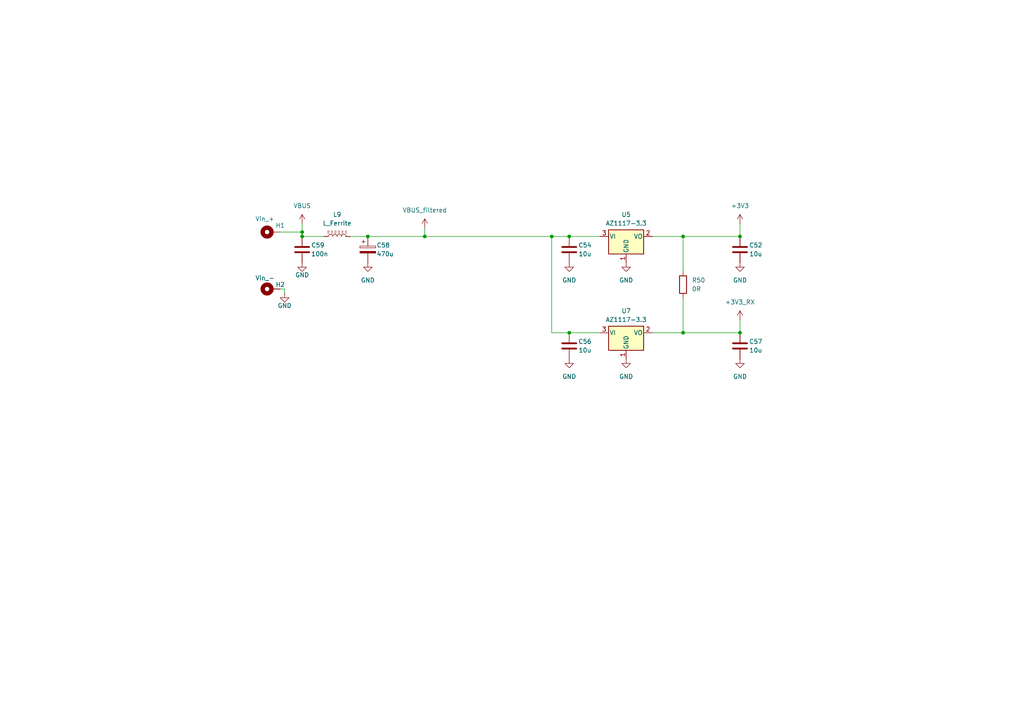
<source format=kicad_sch>
(kicad_sch
	(version 20231120)
	(generator "eeschema")
	(generator_version "8.0")
	(uuid "674f4a64-55d9-41f1-aa6b-e4b057731402")
	(paper "A4")
	(lib_symbols
		(symbol "Device:C"
			(pin_numbers hide)
			(pin_names
				(offset 0.254)
			)
			(exclude_from_sim no)
			(in_bom yes)
			(on_board yes)
			(property "Reference" "C"
				(at 0.635 2.54 0)
				(effects
					(font
						(size 1.27 1.27)
					)
					(justify left)
				)
			)
			(property "Value" "C"
				(at 0.635 -2.54 0)
				(effects
					(font
						(size 1.27 1.27)
					)
					(justify left)
				)
			)
			(property "Footprint" ""
				(at 0.9652 -3.81 0)
				(effects
					(font
						(size 1.27 1.27)
					)
					(hide yes)
				)
			)
			(property "Datasheet" "~"
				(at 0 0 0)
				(effects
					(font
						(size 1.27 1.27)
					)
					(hide yes)
				)
			)
			(property "Description" "Unpolarized capacitor"
				(at 0 0 0)
				(effects
					(font
						(size 1.27 1.27)
					)
					(hide yes)
				)
			)
			(property "ki_keywords" "cap capacitor"
				(at 0 0 0)
				(effects
					(font
						(size 1.27 1.27)
					)
					(hide yes)
				)
			)
			(property "ki_fp_filters" "C_*"
				(at 0 0 0)
				(effects
					(font
						(size 1.27 1.27)
					)
					(hide yes)
				)
			)
			(symbol "C_0_1"
				(polyline
					(pts
						(xy -2.032 -0.762) (xy 2.032 -0.762)
					)
					(stroke
						(width 0.508)
						(type default)
					)
					(fill
						(type none)
					)
				)
				(polyline
					(pts
						(xy -2.032 0.762) (xy 2.032 0.762)
					)
					(stroke
						(width 0.508)
						(type default)
					)
					(fill
						(type none)
					)
				)
			)
			(symbol "C_1_1"
				(pin passive line
					(at 0 3.81 270)
					(length 2.794)
					(name "~"
						(effects
							(font
								(size 1.27 1.27)
							)
						)
					)
					(number "1"
						(effects
							(font
								(size 1.27 1.27)
							)
						)
					)
				)
				(pin passive line
					(at 0 -3.81 90)
					(length 2.794)
					(name "~"
						(effects
							(font
								(size 1.27 1.27)
							)
						)
					)
					(number "2"
						(effects
							(font
								(size 1.27 1.27)
							)
						)
					)
				)
			)
		)
		(symbol "Device:C_Polarized"
			(pin_numbers hide)
			(pin_names
				(offset 0.254)
			)
			(exclude_from_sim no)
			(in_bom yes)
			(on_board yes)
			(property "Reference" "C"
				(at 0.635 2.54 0)
				(effects
					(font
						(size 1.27 1.27)
					)
					(justify left)
				)
			)
			(property "Value" "C_Polarized"
				(at 0.635 -2.54 0)
				(effects
					(font
						(size 1.27 1.27)
					)
					(justify left)
				)
			)
			(property "Footprint" ""
				(at 0.9652 -3.81 0)
				(effects
					(font
						(size 1.27 1.27)
					)
					(hide yes)
				)
			)
			(property "Datasheet" "~"
				(at 0 0 0)
				(effects
					(font
						(size 1.27 1.27)
					)
					(hide yes)
				)
			)
			(property "Description" "Polarized capacitor"
				(at 0 0 0)
				(effects
					(font
						(size 1.27 1.27)
					)
					(hide yes)
				)
			)
			(property "ki_keywords" "cap capacitor"
				(at 0 0 0)
				(effects
					(font
						(size 1.27 1.27)
					)
					(hide yes)
				)
			)
			(property "ki_fp_filters" "CP_*"
				(at 0 0 0)
				(effects
					(font
						(size 1.27 1.27)
					)
					(hide yes)
				)
			)
			(symbol "C_Polarized_0_1"
				(rectangle
					(start -2.286 0.508)
					(end 2.286 1.016)
					(stroke
						(width 0)
						(type default)
					)
					(fill
						(type none)
					)
				)
				(polyline
					(pts
						(xy -1.778 2.286) (xy -0.762 2.286)
					)
					(stroke
						(width 0)
						(type default)
					)
					(fill
						(type none)
					)
				)
				(polyline
					(pts
						(xy -1.27 2.794) (xy -1.27 1.778)
					)
					(stroke
						(width 0)
						(type default)
					)
					(fill
						(type none)
					)
				)
				(rectangle
					(start 2.286 -0.508)
					(end -2.286 -1.016)
					(stroke
						(width 0)
						(type default)
					)
					(fill
						(type outline)
					)
				)
			)
			(symbol "C_Polarized_1_1"
				(pin passive line
					(at 0 3.81 270)
					(length 2.794)
					(name "~"
						(effects
							(font
								(size 1.27 1.27)
							)
						)
					)
					(number "1"
						(effects
							(font
								(size 1.27 1.27)
							)
						)
					)
				)
				(pin passive line
					(at 0 -3.81 90)
					(length 2.794)
					(name "~"
						(effects
							(font
								(size 1.27 1.27)
							)
						)
					)
					(number "2"
						(effects
							(font
								(size 1.27 1.27)
							)
						)
					)
				)
			)
		)
		(symbol "Device:L_Ferrite"
			(pin_numbers hide)
			(pin_names
				(offset 1.016) hide)
			(exclude_from_sim no)
			(in_bom yes)
			(on_board yes)
			(property "Reference" "L"
				(at -1.27 0 90)
				(effects
					(font
						(size 1.27 1.27)
					)
				)
			)
			(property "Value" "L_Ferrite"
				(at 2.794 0 90)
				(effects
					(font
						(size 1.27 1.27)
					)
				)
			)
			(property "Footprint" ""
				(at 0 0 0)
				(effects
					(font
						(size 1.27 1.27)
					)
					(hide yes)
				)
			)
			(property "Datasheet" "~"
				(at 0 0 0)
				(effects
					(font
						(size 1.27 1.27)
					)
					(hide yes)
				)
			)
			(property "Description" "Inductor with ferrite core"
				(at 0 0 0)
				(effects
					(font
						(size 1.27 1.27)
					)
					(hide yes)
				)
			)
			(property "ki_keywords" "inductor choke coil reactor magnetic"
				(at 0 0 0)
				(effects
					(font
						(size 1.27 1.27)
					)
					(hide yes)
				)
			)
			(property "ki_fp_filters" "Choke_* *Coil* Inductor_* L_*"
				(at 0 0 0)
				(effects
					(font
						(size 1.27 1.27)
					)
					(hide yes)
				)
			)
			(symbol "L_Ferrite_0_1"
				(arc
					(start 0 -2.54)
					(mid 0.6323 -1.905)
					(end 0 -1.27)
					(stroke
						(width 0)
						(type default)
					)
					(fill
						(type none)
					)
				)
				(arc
					(start 0 -1.27)
					(mid 0.6323 -0.635)
					(end 0 0)
					(stroke
						(width 0)
						(type default)
					)
					(fill
						(type none)
					)
				)
				(polyline
					(pts
						(xy 1.016 -2.794) (xy 1.016 -2.286)
					)
					(stroke
						(width 0)
						(type default)
					)
					(fill
						(type none)
					)
				)
				(polyline
					(pts
						(xy 1.016 -1.778) (xy 1.016 -1.27)
					)
					(stroke
						(width 0)
						(type default)
					)
					(fill
						(type none)
					)
				)
				(polyline
					(pts
						(xy 1.016 -0.762) (xy 1.016 -0.254)
					)
					(stroke
						(width 0)
						(type default)
					)
					(fill
						(type none)
					)
				)
				(polyline
					(pts
						(xy 1.016 0.254) (xy 1.016 0.762)
					)
					(stroke
						(width 0)
						(type default)
					)
					(fill
						(type none)
					)
				)
				(polyline
					(pts
						(xy 1.016 1.27) (xy 1.016 1.778)
					)
					(stroke
						(width 0)
						(type default)
					)
					(fill
						(type none)
					)
				)
				(polyline
					(pts
						(xy 1.016 2.286) (xy 1.016 2.794)
					)
					(stroke
						(width 0)
						(type default)
					)
					(fill
						(type none)
					)
				)
				(polyline
					(pts
						(xy 1.524 -2.286) (xy 1.524 -2.794)
					)
					(stroke
						(width 0)
						(type default)
					)
					(fill
						(type none)
					)
				)
				(polyline
					(pts
						(xy 1.524 -1.27) (xy 1.524 -1.778)
					)
					(stroke
						(width 0)
						(type default)
					)
					(fill
						(type none)
					)
				)
				(polyline
					(pts
						(xy 1.524 -0.254) (xy 1.524 -0.762)
					)
					(stroke
						(width 0)
						(type default)
					)
					(fill
						(type none)
					)
				)
				(polyline
					(pts
						(xy 1.524 0.762) (xy 1.524 0.254)
					)
					(stroke
						(width 0)
						(type default)
					)
					(fill
						(type none)
					)
				)
				(polyline
					(pts
						(xy 1.524 1.778) (xy 1.524 1.27)
					)
					(stroke
						(width 0)
						(type default)
					)
					(fill
						(type none)
					)
				)
				(polyline
					(pts
						(xy 1.524 2.794) (xy 1.524 2.286)
					)
					(stroke
						(width 0)
						(type default)
					)
					(fill
						(type none)
					)
				)
				(arc
					(start 0 0)
					(mid 0.6323 0.635)
					(end 0 1.27)
					(stroke
						(width 0)
						(type default)
					)
					(fill
						(type none)
					)
				)
				(arc
					(start 0 1.27)
					(mid 0.6323 1.905)
					(end 0 2.54)
					(stroke
						(width 0)
						(type default)
					)
					(fill
						(type none)
					)
				)
			)
			(symbol "L_Ferrite_1_1"
				(pin passive line
					(at 0 3.81 270)
					(length 1.27)
					(name "1"
						(effects
							(font
								(size 1.27 1.27)
							)
						)
					)
					(number "1"
						(effects
							(font
								(size 1.27 1.27)
							)
						)
					)
				)
				(pin passive line
					(at 0 -3.81 90)
					(length 1.27)
					(name "2"
						(effects
							(font
								(size 1.27 1.27)
							)
						)
					)
					(number "2"
						(effects
							(font
								(size 1.27 1.27)
							)
						)
					)
				)
			)
		)
		(symbol "Device:R"
			(pin_numbers hide)
			(pin_names
				(offset 0)
			)
			(exclude_from_sim no)
			(in_bom yes)
			(on_board yes)
			(property "Reference" "R"
				(at 2.032 0 90)
				(effects
					(font
						(size 1.27 1.27)
					)
				)
			)
			(property "Value" "R"
				(at 0 0 90)
				(effects
					(font
						(size 1.27 1.27)
					)
				)
			)
			(property "Footprint" ""
				(at -1.778 0 90)
				(effects
					(font
						(size 1.27 1.27)
					)
					(hide yes)
				)
			)
			(property "Datasheet" "~"
				(at 0 0 0)
				(effects
					(font
						(size 1.27 1.27)
					)
					(hide yes)
				)
			)
			(property "Description" "Resistor"
				(at 0 0 0)
				(effects
					(font
						(size 1.27 1.27)
					)
					(hide yes)
				)
			)
			(property "ki_keywords" "R res resistor"
				(at 0 0 0)
				(effects
					(font
						(size 1.27 1.27)
					)
					(hide yes)
				)
			)
			(property "ki_fp_filters" "R_*"
				(at 0 0 0)
				(effects
					(font
						(size 1.27 1.27)
					)
					(hide yes)
				)
			)
			(symbol "R_0_1"
				(rectangle
					(start -1.016 -2.54)
					(end 1.016 2.54)
					(stroke
						(width 0.254)
						(type default)
					)
					(fill
						(type none)
					)
				)
			)
			(symbol "R_1_1"
				(pin passive line
					(at 0 3.81 270)
					(length 1.27)
					(name "~"
						(effects
							(font
								(size 1.27 1.27)
							)
						)
					)
					(number "1"
						(effects
							(font
								(size 1.27 1.27)
							)
						)
					)
				)
				(pin passive line
					(at 0 -3.81 90)
					(length 1.27)
					(name "~"
						(effects
							(font
								(size 1.27 1.27)
							)
						)
					)
					(number "2"
						(effects
							(font
								(size 1.27 1.27)
							)
						)
					)
				)
			)
		)
		(symbol "MountingHole_Pad_1"
			(pin_numbers hide)
			(pin_names
				(offset 1.016) hide)
			(exclude_from_sim yes)
			(in_bom no)
			(on_board yes)
			(property "Reference" "H"
				(at 0 6.35 0)
				(effects
					(font
						(size 1.27 1.27)
					)
				)
			)
			(property "Value" "MountingHole_Pad"
				(at 0 4.445 0)
				(effects
					(font
						(size 1.27 1.27)
					)
				)
			)
			(property "Footprint" ""
				(at 0 0 0)
				(effects
					(font
						(size 1.27 1.27)
					)
					(hide yes)
				)
			)
			(property "Datasheet" "~"
				(at 0 0 0)
				(effects
					(font
						(size 1.27 1.27)
					)
					(hide yes)
				)
			)
			(property "Description" "Mounting Hole with connection"
				(at 0 0 0)
				(effects
					(font
						(size 1.27 1.27)
					)
					(hide yes)
				)
			)
			(property "ki_keywords" "mounting hole"
				(at 0 0 0)
				(effects
					(font
						(size 1.27 1.27)
					)
					(hide yes)
				)
			)
			(property "ki_fp_filters" "MountingHole*Pad*"
				(at 0 0 0)
				(effects
					(font
						(size 1.27 1.27)
					)
					(hide yes)
				)
			)
			(symbol "MountingHole_Pad_1_0_1"
				(circle
					(center 0 1.27)
					(radius 1.27)
					(stroke
						(width 1.27)
						(type default)
					)
					(fill
						(type none)
					)
				)
			)
			(symbol "MountingHole_Pad_1_1_1"
				(pin input line
					(at 0 -2.54 90)
					(length 2.54)
					(name "1"
						(effects
							(font
								(size 1.27 1.27)
							)
						)
					)
					(number "1"
						(effects
							(font
								(size 1.27 1.27)
							)
						)
					)
				)
			)
		)
		(symbol "MountingHole_Pad_2"
			(pin_numbers hide)
			(pin_names
				(offset 1.016) hide)
			(exclude_from_sim yes)
			(in_bom no)
			(on_board yes)
			(property "Reference" "H"
				(at 0 6.35 0)
				(effects
					(font
						(size 1.27 1.27)
					)
				)
			)
			(property "Value" "MountingHole_Pad"
				(at 0 4.445 0)
				(effects
					(font
						(size 1.27 1.27)
					)
				)
			)
			(property "Footprint" ""
				(at 0 0 0)
				(effects
					(font
						(size 1.27 1.27)
					)
					(hide yes)
				)
			)
			(property "Datasheet" "~"
				(at 0 0 0)
				(effects
					(font
						(size 1.27 1.27)
					)
					(hide yes)
				)
			)
			(property "Description" "Mounting Hole with connection"
				(at 0 0 0)
				(effects
					(font
						(size 1.27 1.27)
					)
					(hide yes)
				)
			)
			(property "ki_keywords" "mounting hole"
				(at 0 0 0)
				(effects
					(font
						(size 1.27 1.27)
					)
					(hide yes)
				)
			)
			(property "ki_fp_filters" "MountingHole*Pad*"
				(at 0 0 0)
				(effects
					(font
						(size 1.27 1.27)
					)
					(hide yes)
				)
			)
			(symbol "MountingHole_Pad_2_0_1"
				(circle
					(center 0 1.27)
					(radius 1.27)
					(stroke
						(width 1.27)
						(type default)
					)
					(fill
						(type none)
					)
				)
			)
			(symbol "MountingHole_Pad_2_1_1"
				(pin input line
					(at 0 -2.54 90)
					(length 2.54)
					(name "1"
						(effects
							(font
								(size 1.27 1.27)
							)
						)
					)
					(number "1"
						(effects
							(font
								(size 1.27 1.27)
							)
						)
					)
				)
			)
		)
		(symbol "Regulator_Linear:AZ1117-3.3"
			(pin_names
				(offset 0.254)
			)
			(exclude_from_sim no)
			(in_bom yes)
			(on_board yes)
			(property "Reference" "U"
				(at -3.81 3.175 0)
				(effects
					(font
						(size 1.27 1.27)
					)
				)
			)
			(property "Value" "AZ1117-3.3"
				(at 0 3.175 0)
				(effects
					(font
						(size 1.27 1.27)
					)
					(justify left)
				)
			)
			(property "Footprint" ""
				(at 0 6.35 0)
				(effects
					(font
						(size 1.27 1.27)
						(italic yes)
					)
					(hide yes)
				)
			)
			(property "Datasheet" "https://www.diodes.com/assets/Datasheets/AZ1117.pdf"
				(at 0 0 0)
				(effects
					(font
						(size 1.27 1.27)
					)
					(hide yes)
				)
			)
			(property "Description" "1A 20V Fixed LDO Linear Regulator, 3.3V, SOT-89/SOT-223/TO-220/TO-252/TO-263"
				(at 0 0 0)
				(effects
					(font
						(size 1.27 1.27)
					)
					(hide yes)
				)
			)
			(property "ki_keywords" "Fixed Voltage Regulator 1A Positive LDO"
				(at 0 0 0)
				(effects
					(font
						(size 1.27 1.27)
					)
					(hide yes)
				)
			)
			(property "ki_fp_filters" "SOT?223* SOT?89* TO?220* TO?252* TO?263*"
				(at 0 0 0)
				(effects
					(font
						(size 1.27 1.27)
					)
					(hide yes)
				)
			)
			(symbol "AZ1117-3.3_0_1"
				(rectangle
					(start -5.08 1.905)
					(end 5.08 -5.08)
					(stroke
						(width 0.254)
						(type default)
					)
					(fill
						(type background)
					)
				)
			)
			(symbol "AZ1117-3.3_1_1"
				(pin power_in line
					(at 0 -7.62 90)
					(length 2.54)
					(name "GND"
						(effects
							(font
								(size 1.27 1.27)
							)
						)
					)
					(number "1"
						(effects
							(font
								(size 1.27 1.27)
							)
						)
					)
				)
				(pin power_out line
					(at 7.62 0 180)
					(length 2.54)
					(name "VO"
						(effects
							(font
								(size 1.27 1.27)
							)
						)
					)
					(number "2"
						(effects
							(font
								(size 1.27 1.27)
							)
						)
					)
				)
				(pin power_in line
					(at -7.62 0 0)
					(length 2.54)
					(name "VI"
						(effects
							(font
								(size 1.27 1.27)
							)
						)
					)
					(number "3"
						(effects
							(font
								(size 1.27 1.27)
							)
						)
					)
				)
			)
		)
		(symbol "power:+3V3"
			(power)
			(pin_numbers hide)
			(pin_names
				(offset 0) hide)
			(exclude_from_sim no)
			(in_bom yes)
			(on_board yes)
			(property "Reference" "#PWR"
				(at 0 -3.81 0)
				(effects
					(font
						(size 1.27 1.27)
					)
					(hide yes)
				)
			)
			(property "Value" "+3V3"
				(at 0 3.556 0)
				(effects
					(font
						(size 1.27 1.27)
					)
				)
			)
			(property "Footprint" ""
				(at 0 0 0)
				(effects
					(font
						(size 1.27 1.27)
					)
					(hide yes)
				)
			)
			(property "Datasheet" ""
				(at 0 0 0)
				(effects
					(font
						(size 1.27 1.27)
					)
					(hide yes)
				)
			)
			(property "Description" "Power symbol creates a global label with name \"+3V3\""
				(at 0 0 0)
				(effects
					(font
						(size 1.27 1.27)
					)
					(hide yes)
				)
			)
			(property "ki_keywords" "global power"
				(at 0 0 0)
				(effects
					(font
						(size 1.27 1.27)
					)
					(hide yes)
				)
			)
			(symbol "+3V3_0_1"
				(polyline
					(pts
						(xy -0.762 1.27) (xy 0 2.54)
					)
					(stroke
						(width 0)
						(type default)
					)
					(fill
						(type none)
					)
				)
				(polyline
					(pts
						(xy 0 0) (xy 0 2.54)
					)
					(stroke
						(width 0)
						(type default)
					)
					(fill
						(type none)
					)
				)
				(polyline
					(pts
						(xy 0 2.54) (xy 0.762 1.27)
					)
					(stroke
						(width 0)
						(type default)
					)
					(fill
						(type none)
					)
				)
			)
			(symbol "+3V3_1_1"
				(pin power_in line
					(at 0 0 90)
					(length 0)
					(name "~"
						(effects
							(font
								(size 1.27 1.27)
							)
						)
					)
					(number "1"
						(effects
							(font
								(size 1.27 1.27)
							)
						)
					)
				)
			)
		)
		(symbol "power:GND"
			(power)
			(pin_numbers hide)
			(pin_names
				(offset 0) hide)
			(exclude_from_sim no)
			(in_bom yes)
			(on_board yes)
			(property "Reference" "#PWR"
				(at 0 -6.35 0)
				(effects
					(font
						(size 1.27 1.27)
					)
					(hide yes)
				)
			)
			(property "Value" "GND"
				(at 0 -3.81 0)
				(effects
					(font
						(size 1.27 1.27)
					)
				)
			)
			(property "Footprint" ""
				(at 0 0 0)
				(effects
					(font
						(size 1.27 1.27)
					)
					(hide yes)
				)
			)
			(property "Datasheet" ""
				(at 0 0 0)
				(effects
					(font
						(size 1.27 1.27)
					)
					(hide yes)
				)
			)
			(property "Description" "Power symbol creates a global label with name \"GND\" , ground"
				(at 0 0 0)
				(effects
					(font
						(size 1.27 1.27)
					)
					(hide yes)
				)
			)
			(property "ki_keywords" "global power"
				(at 0 0 0)
				(effects
					(font
						(size 1.27 1.27)
					)
					(hide yes)
				)
			)
			(symbol "GND_0_1"
				(polyline
					(pts
						(xy 0 0) (xy 0 -1.27) (xy 1.27 -1.27) (xy 0 -2.54) (xy -1.27 -1.27) (xy 0 -1.27)
					)
					(stroke
						(width 0)
						(type default)
					)
					(fill
						(type none)
					)
				)
			)
			(symbol "GND_1_1"
				(pin power_in line
					(at 0 0 270)
					(length 0)
					(name "~"
						(effects
							(font
								(size 1.27 1.27)
							)
						)
					)
					(number "1"
						(effects
							(font
								(size 1.27 1.27)
							)
						)
					)
				)
			)
		)
		(symbol "power:VBUS"
			(power)
			(pin_numbers hide)
			(pin_names
				(offset 0) hide)
			(exclude_from_sim no)
			(in_bom yes)
			(on_board yes)
			(property "Reference" "#PWR"
				(at 0 -3.81 0)
				(effects
					(font
						(size 1.27 1.27)
					)
					(hide yes)
				)
			)
			(property "Value" "VBUS"
				(at 0 3.556 0)
				(effects
					(font
						(size 1.27 1.27)
					)
				)
			)
			(property "Footprint" ""
				(at 0 0 0)
				(effects
					(font
						(size 1.27 1.27)
					)
					(hide yes)
				)
			)
			(property "Datasheet" ""
				(at 0 0 0)
				(effects
					(font
						(size 1.27 1.27)
					)
					(hide yes)
				)
			)
			(property "Description" "Power symbol creates a global label with name \"VBUS\""
				(at 0 0 0)
				(effects
					(font
						(size 1.27 1.27)
					)
					(hide yes)
				)
			)
			(property "ki_keywords" "global power"
				(at 0 0 0)
				(effects
					(font
						(size 1.27 1.27)
					)
					(hide yes)
				)
			)
			(symbol "VBUS_0_1"
				(polyline
					(pts
						(xy -0.762 1.27) (xy 0 2.54)
					)
					(stroke
						(width 0)
						(type default)
					)
					(fill
						(type none)
					)
				)
				(polyline
					(pts
						(xy 0 0) (xy 0 2.54)
					)
					(stroke
						(width 0)
						(type default)
					)
					(fill
						(type none)
					)
				)
				(polyline
					(pts
						(xy 0 2.54) (xy 0.762 1.27)
					)
					(stroke
						(width 0)
						(type default)
					)
					(fill
						(type none)
					)
				)
			)
			(symbol "VBUS_1_1"
				(pin power_in line
					(at 0 0 90)
					(length 0)
					(name "~"
						(effects
							(font
								(size 1.27 1.27)
							)
						)
					)
					(number "1"
						(effects
							(font
								(size 1.27 1.27)
							)
						)
					)
				)
			)
		)
	)
	(junction
		(at 106.68 68.58)
		(diameter 0)
		(color 0 0 0 0)
		(uuid "061941eb-2ef7-42a8-b9e4-a706d1edda77")
	)
	(junction
		(at 165.1 68.58)
		(diameter 0)
		(color 0 0 0 0)
		(uuid "0d56b2e5-75ed-4023-931d-5a88dd2e12cd")
	)
	(junction
		(at 160.02 68.58)
		(diameter 0)
		(color 0 0 0 0)
		(uuid "187a016e-61e6-4830-8252-8c381904dee0")
	)
	(junction
		(at 165.1 96.52)
		(diameter 0)
		(color 0 0 0 0)
		(uuid "3d0d606f-bb36-4a2f-b0a4-7af510baa10a")
	)
	(junction
		(at 214.63 68.58)
		(diameter 0)
		(color 0 0 0 0)
		(uuid "475c3b9d-435e-46d6-8353-44a991c639be")
	)
	(junction
		(at 123.19 68.58)
		(diameter 0)
		(color 0 0 0 0)
		(uuid "57db8ca8-d2c9-4f76-ba7b-322a39f00f0d")
	)
	(junction
		(at 87.63 67.31)
		(diameter 0)
		(color 0 0 0 0)
		(uuid "6b63956d-fba9-4f3b-ab8c-5df42cf862de")
	)
	(junction
		(at 87.63 68.58)
		(diameter 0)
		(color 0 0 0 0)
		(uuid "7debea63-8e13-4e35-b7fb-68574c99e4fb")
	)
	(junction
		(at 198.12 96.52)
		(diameter 0)
		(color 0 0 0 0)
		(uuid "b278962f-e8a5-4812-a54d-350d68ee49bd")
	)
	(junction
		(at 214.63 96.52)
		(diameter 0)
		(color 0 0 0 0)
		(uuid "cd8891c4-34c6-454b-b0d8-9b80f3ed2dfd")
	)
	(junction
		(at 198.12 68.58)
		(diameter 0)
		(color 0 0 0 0)
		(uuid "e7a3aa90-3523-4a18-a2c3-ccb6e88c665a")
	)
	(wire
		(pts
			(xy 189.23 96.52) (xy 198.12 96.52)
		)
		(stroke
			(width 0)
			(type default)
		)
		(uuid "1debc334-0e8f-4394-9f93-10f1f6c40e55")
	)
	(wire
		(pts
			(xy 81.28 67.31) (xy 87.63 67.31)
		)
		(stroke
			(width 0)
			(type default)
		)
		(uuid "20195a37-feb6-4578-b425-0afda68eb4f0")
	)
	(wire
		(pts
			(xy 198.12 68.58) (xy 198.12 78.74)
		)
		(stroke
			(width 0)
			(type default)
		)
		(uuid "35b9b681-cfd5-4967-912e-7464b2060ce2")
	)
	(wire
		(pts
			(xy 87.63 64.77) (xy 87.63 67.31)
		)
		(stroke
			(width 0)
			(type default)
		)
		(uuid "3c75641a-42ae-4c22-b584-38ab2fe5c32e")
	)
	(wire
		(pts
			(xy 87.63 68.58) (xy 93.98 68.58)
		)
		(stroke
			(width 0)
			(type default)
		)
		(uuid "4ab4e6c8-d799-4104-885f-f62ad3aab722")
	)
	(wire
		(pts
			(xy 81.28 83.82) (xy 82.55 83.82)
		)
		(stroke
			(width 0)
			(type default)
		)
		(uuid "4c8e3200-9d4c-474f-9772-973d9d340c85")
	)
	(wire
		(pts
			(xy 123.19 68.58) (xy 160.02 68.58)
		)
		(stroke
			(width 0)
			(type default)
		)
		(uuid "4e14bbe8-3545-4375-be4c-0fe3504efe60")
	)
	(wire
		(pts
			(xy 106.68 68.58) (xy 123.19 68.58)
		)
		(stroke
			(width 0)
			(type default)
		)
		(uuid "4f3a87d5-7cb4-4bf2-a9f3-b5017a3f6a7a")
	)
	(wire
		(pts
			(xy 165.1 68.58) (xy 160.02 68.58)
		)
		(stroke
			(width 0)
			(type default)
		)
		(uuid "64434b2d-0de3-40a6-877a-c4c3349ae3cc")
	)
	(wire
		(pts
			(xy 160.02 96.52) (xy 165.1 96.52)
		)
		(stroke
			(width 0)
			(type default)
		)
		(uuid "7b8cdbeb-5359-44b2-a59d-8b56dd944eb3")
	)
	(wire
		(pts
			(xy 160.02 68.58) (xy 160.02 96.52)
		)
		(stroke
			(width 0)
			(type default)
		)
		(uuid "80a4ee93-f3df-44cc-b5fb-d38e16594098")
	)
	(wire
		(pts
			(xy 165.1 96.52) (xy 173.99 96.52)
		)
		(stroke
			(width 0)
			(type default)
		)
		(uuid "9983072a-c3f5-4478-beec-159902237331")
	)
	(wire
		(pts
			(xy 198.12 86.36) (xy 198.12 96.52)
		)
		(stroke
			(width 0)
			(type default)
		)
		(uuid "9e0bcc13-406a-4eea-98ef-c90ec7eb031f")
	)
	(wire
		(pts
			(xy 123.19 66.04) (xy 123.19 68.58)
		)
		(stroke
			(width 0)
			(type default)
		)
		(uuid "b0dc147d-39c7-4c52-a804-8bb86911ec1c")
	)
	(wire
		(pts
			(xy 189.23 68.58) (xy 198.12 68.58)
		)
		(stroke
			(width 0)
			(type default)
		)
		(uuid "c11d426a-5a6e-47d7-aff1-987586d41981")
	)
	(wire
		(pts
			(xy 198.12 96.52) (xy 214.63 96.52)
		)
		(stroke
			(width 0)
			(type default)
		)
		(uuid "c6f35d30-db33-4aa0-9bd2-b6e2fb4c1326")
	)
	(wire
		(pts
			(xy 198.12 68.58) (xy 214.63 68.58)
		)
		(stroke
			(width 0)
			(type default)
		)
		(uuid "cf263b0d-3e16-45e9-bdc1-2528a7a5bb53")
	)
	(wire
		(pts
			(xy 87.63 67.31) (xy 87.63 68.58)
		)
		(stroke
			(width 0)
			(type default)
		)
		(uuid "d3dbd448-2cd7-4321-80db-384240f77eda")
	)
	(wire
		(pts
			(xy 214.63 64.77) (xy 214.63 68.58)
		)
		(stroke
			(width 0)
			(type default)
		)
		(uuid "e39d2e86-609d-4531-aaed-8027708d0168")
	)
	(wire
		(pts
			(xy 165.1 68.58) (xy 173.99 68.58)
		)
		(stroke
			(width 0)
			(type default)
		)
		(uuid "e42f7127-701c-4bc7-a2f3-e9f2d83b8d6d")
	)
	(wire
		(pts
			(xy 82.55 83.82) (xy 82.55 85.09)
		)
		(stroke
			(width 0)
			(type default)
		)
		(uuid "e9774c86-42f9-4d79-b3ae-ebd548d103c6")
	)
	(wire
		(pts
			(xy 214.63 92.71) (xy 214.63 96.52)
		)
		(stroke
			(width 0)
			(type default)
		)
		(uuid "edcf7a88-92da-4651-8111-29fdd34305ed")
	)
	(wire
		(pts
			(xy 101.6 68.58) (xy 106.68 68.58)
		)
		(stroke
			(width 0)
			(type default)
		)
		(uuid "fe96ceed-5b91-4f75-b977-07a92b279a47")
	)
	(symbol
		(lib_id "Device:R")
		(at 198.12 82.55 0)
		(unit 1)
		(exclude_from_sim no)
		(in_bom yes)
		(on_board yes)
		(dnp no)
		(fields_autoplaced yes)
		(uuid "01625f41-6adc-4922-8378-055f3dbc6c33")
		(property "Reference" "R50"
			(at 200.66 81.2799 0)
			(effects
				(font
					(size 1.27 1.27)
				)
				(justify left)
			)
		)
		(property "Value" "0R"
			(at 200.66 83.8199 0)
			(effects
				(font
					(size 1.27 1.27)
				)
				(justify left)
			)
		)
		(property "Footprint" "summit_scourer:R_0603_linked"
			(at 196.342 82.55 90)
			(effects
				(font
					(size 1.27 1.27)
				)
				(hide yes)
			)
		)
		(property "Datasheet" "~"
			(at 198.12 82.55 0)
			(effects
				(font
					(size 1.27 1.27)
				)
				(hide yes)
			)
		)
		(property "Description" "Resistor"
			(at 198.12 82.55 0)
			(effects
				(font
					(size 1.27 1.27)
				)
				(hide yes)
			)
		)
		(pin "1"
			(uuid "34cecc76-56ac-460e-bc05-02761122861e")
		)
		(pin "2"
			(uuid "0415021f-e03f-4e0e-a5ba-ae4083733012")
		)
		(instances
			(project ""
				(path "/97fa5a9e-fea2-40ae-976c-23c41ffbf522/1d0a60d9-2d86-4655-8a33-d513eb4f6fbd"
					(reference "R50")
					(unit 1)
				)
			)
		)
	)
	(symbol
		(lib_id "Device:L_Ferrite")
		(at 97.79 68.58 90)
		(unit 1)
		(exclude_from_sim no)
		(in_bom yes)
		(on_board yes)
		(dnp no)
		(fields_autoplaced yes)
		(uuid "06503a6d-6809-4b47-9ec4-62d6be330a10")
		(property "Reference" "L9"
			(at 97.79 62.23 90)
			(effects
				(font
					(size 1.27 1.27)
				)
			)
		)
		(property "Value" "L_Ferrite"
			(at 97.79 64.77 90)
			(effects
				(font
					(size 1.27 1.27)
				)
			)
		)
		(property "Footprint" "Inductor_SMD:L_6.3x6.3_H3"
			(at 97.79 68.58 0)
			(effects
				(font
					(size 1.27 1.27)
				)
				(hide yes)
			)
		)
		(property "Datasheet" "~"
			(at 97.79 68.58 0)
			(effects
				(font
					(size 1.27 1.27)
				)
				(hide yes)
			)
		)
		(property "Description" "Inductor with ferrite core"
			(at 97.79 68.58 0)
			(effects
				(font
					(size 1.27 1.27)
				)
				(hide yes)
			)
		)
		(pin "1"
			(uuid "f1fcc81c-2f32-440a-89a5-3c5005143ac1")
		)
		(pin "2"
			(uuid "48325796-3e38-4ca1-84c1-09cda9f44411")
		)
		(instances
			(project ""
				(path "/97fa5a9e-fea2-40ae-976c-23c41ffbf522/1d0a60d9-2d86-4655-8a33-d513eb4f6fbd"
					(reference "L9")
					(unit 1)
				)
			)
		)
	)
	(symbol
		(lib_id "Regulator_Linear:AZ1117-3.3")
		(at 181.61 96.52 0)
		(unit 1)
		(exclude_from_sim no)
		(in_bom yes)
		(on_board yes)
		(dnp no)
		(fields_autoplaced yes)
		(uuid "0d464306-d76a-46d0-bab5-6d1c5cfd7e81")
		(property "Reference" "U7"
			(at 181.61 90.17 0)
			(effects
				(font
					(size 1.27 1.27)
				)
			)
		)
		(property "Value" "AZ1117-3.3"
			(at 181.61 92.71 0)
			(effects
				(font
					(size 1.27 1.27)
				)
			)
		)
		(property "Footprint" "Package_TO_SOT_SMD:TO-252-2"
			(at 181.61 90.17 0)
			(effects
				(font
					(size 1.27 1.27)
					(italic yes)
				)
				(hide yes)
			)
		)
		(property "Datasheet" "https://www.diodes.com/assets/Datasheets/AZ1117.pdf"
			(at 181.61 96.52 0)
			(effects
				(font
					(size 1.27 1.27)
				)
				(hide yes)
			)
		)
		(property "Description" "1A 20V Fixed LDO Linear Regulator, 3.3V, SOT-89/SOT-223/TO-220/TO-252/TO-263"
			(at 181.61 96.52 0)
			(effects
				(font
					(size 1.27 1.27)
				)
				(hide yes)
			)
		)
		(pin "2"
			(uuid "928d9745-914e-4d4c-9abc-8a950bb5eb9d")
		)
		(pin "3"
			(uuid "ac0e56e7-aa17-4f32-964e-8da58680b2f8")
		)
		(pin "1"
			(uuid "039d8b2c-9827-4dbf-ab7c-9c4f97c0089c")
		)
		(instances
			(project "summit_scourer"
				(path "/97fa5a9e-fea2-40ae-976c-23c41ffbf522/1d0a60d9-2d86-4655-8a33-d513eb4f6fbd"
					(reference "U7")
					(unit 1)
				)
			)
		)
	)
	(symbol
		(lib_name "MountingHole_Pad_1")
		(lib_id "Mechanical:MountingHole_Pad")
		(at 78.74 67.31 90)
		(unit 1)
		(exclude_from_sim yes)
		(in_bom no)
		(on_board yes)
		(dnp no)
		(uuid "2b0c190d-0496-48de-99d3-b18ab4a91756")
		(property "Reference" "H1"
			(at 81.28 65.405 90)
			(effects
				(font
					(size 1.27 1.27)
				)
			)
		)
		(property "Value" "Vin_+"
			(at 76.835 63.5 90)
			(effects
				(font
					(size 1.27 1.27)
				)
			)
		)
		(property "Footprint" "TestPoint:TestPoint_THTPad_3.0x3.0mm_Drill1.5mm"
			(at 78.74 67.31 0)
			(effects
				(font
					(size 1.27 1.27)
				)
				(hide yes)
			)
		)
		(property "Datasheet" "~"
			(at 78.74 67.31 0)
			(effects
				(font
					(size 1.27 1.27)
				)
				(hide yes)
			)
		)
		(property "Description" "Mounting Hole with connection"
			(at 78.74 67.31 0)
			(effects
				(font
					(size 1.27 1.27)
				)
				(hide yes)
			)
		)
		(pin "1"
			(uuid "3167d390-5501-43a6-b759-58795e3e5409")
		)
		(instances
			(project "summit_scourer"
				(path "/97fa5a9e-fea2-40ae-976c-23c41ffbf522/1d0a60d9-2d86-4655-8a33-d513eb4f6fbd"
					(reference "H1")
					(unit 1)
				)
			)
		)
	)
	(symbol
		(lib_name "MountingHole_Pad_2")
		(lib_id "Mechanical:MountingHole_Pad")
		(at 78.74 83.82 90)
		(unit 1)
		(exclude_from_sim yes)
		(in_bom no)
		(on_board yes)
		(dnp no)
		(uuid "3dadd8f3-8990-4a95-b4db-9ef2884b1382")
		(property "Reference" "H2"
			(at 81.28 82.55 90)
			(effects
				(font
					(size 1.27 1.27)
				)
			)
		)
		(property "Value" "Vin_-"
			(at 76.835 80.645 90)
			(effects
				(font
					(size 1.27 1.27)
				)
			)
		)
		(property "Footprint" "TestPoint:TestPoint_THTPad_3.0x3.0mm_Drill1.5mm"
			(at 78.74 83.82 0)
			(effects
				(font
					(size 1.27 1.27)
				)
				(hide yes)
			)
		)
		(property "Datasheet" "~"
			(at 78.74 83.82 0)
			(effects
				(font
					(size 1.27 1.27)
				)
				(hide yes)
			)
		)
		(property "Description" "Mounting Hole with connection"
			(at 78.74 83.82 0)
			(effects
				(font
					(size 1.27 1.27)
				)
				(hide yes)
			)
		)
		(pin "1"
			(uuid "9bb04f3c-6133-4d8a-9cd9-dff46e8816ce")
		)
		(instances
			(project "summit_scourer"
				(path "/97fa5a9e-fea2-40ae-976c-23c41ffbf522/1d0a60d9-2d86-4655-8a33-d513eb4f6fbd"
					(reference "H2")
					(unit 1)
				)
			)
		)
	)
	(symbol
		(lib_id "Device:C")
		(at 87.63 72.39 0)
		(unit 1)
		(exclude_from_sim no)
		(in_bom yes)
		(on_board yes)
		(dnp no)
		(uuid "447616ca-e1bf-4c9f-a7e8-95032fb72ddc")
		(property "Reference" "C59"
			(at 92.202 71.12 0)
			(effects
				(font
					(size 1.27 1.27)
				)
			)
		)
		(property "Value" "100n"
			(at 92.71 73.66 0)
			(effects
				(font
					(size 1.27 1.27)
				)
			)
		)
		(property "Footprint" "Capacitor_SMD:C_0603_1608Metric_Pad1.08x0.95mm_HandSolder"
			(at 88.5952 76.2 0)
			(effects
				(font
					(size 1.27 1.27)
				)
				(hide yes)
			)
		)
		(property "Datasheet" "~"
			(at 87.63 72.39 0)
			(effects
				(font
					(size 1.27 1.27)
				)
				(hide yes)
			)
		)
		(property "Description" "Unpolarized capacitor"
			(at 87.63 72.39 0)
			(effects
				(font
					(size 1.27 1.27)
				)
				(hide yes)
			)
		)
		(pin "1"
			(uuid "cc41d362-2bc8-46b7-97a5-8e16569c66fd")
		)
		(pin "2"
			(uuid "0f6ddfe9-e708-4cc8-ad21-dd00fa047e04")
		)
		(instances
			(project "summit_scourer"
				(path "/97fa5a9e-fea2-40ae-976c-23c41ffbf522/1d0a60d9-2d86-4655-8a33-d513eb4f6fbd"
					(reference "C59")
					(unit 1)
				)
			)
		)
	)
	(symbol
		(lib_id "Device:C")
		(at 214.63 100.33 0)
		(unit 1)
		(exclude_from_sim no)
		(in_bom yes)
		(on_board yes)
		(dnp no)
		(uuid "45958c4a-c680-4ce3-b438-25747fd6e298")
		(property "Reference" "C57"
			(at 219.202 99.06 0)
			(effects
				(font
					(size 1.27 1.27)
				)
			)
		)
		(property "Value" "10u"
			(at 219.202 101.6 0)
			(effects
				(font
					(size 1.27 1.27)
				)
			)
		)
		(property "Footprint" "Capacitor_SMD:C_1210_3225Metric_Pad1.33x2.70mm_HandSolder"
			(at 215.5952 104.14 0)
			(effects
				(font
					(size 1.27 1.27)
				)
				(hide yes)
			)
		)
		(property "Datasheet" "~"
			(at 214.63 100.33 0)
			(effects
				(font
					(size 1.27 1.27)
				)
				(hide yes)
			)
		)
		(property "Description" "Unpolarized capacitor"
			(at 214.63 100.33 0)
			(effects
				(font
					(size 1.27 1.27)
				)
				(hide yes)
			)
		)
		(pin "1"
			(uuid "47a1a602-adda-49a2-b7fe-68042d289a66")
		)
		(pin "2"
			(uuid "3face3a9-93ca-4a28-9009-0df821810c06")
		)
		(instances
			(project "summit_scourer"
				(path "/97fa5a9e-fea2-40ae-976c-23c41ffbf522/1d0a60d9-2d86-4655-8a33-d513eb4f6fbd"
					(reference "C57")
					(unit 1)
				)
			)
		)
	)
	(symbol
		(lib_id "power:GND")
		(at 87.63 76.2 0)
		(unit 1)
		(exclude_from_sim no)
		(in_bom yes)
		(on_board yes)
		(dnp no)
		(uuid "5ff029b2-250a-418e-ad3f-2e888145d9c6")
		(property "Reference" "#PWR096"
			(at 87.63 82.55 0)
			(effects
				(font
					(size 1.27 1.27)
				)
				(hide yes)
			)
		)
		(property "Value" "GND"
			(at 87.63 79.756 0)
			(effects
				(font
					(size 1.27 1.27)
				)
			)
		)
		(property "Footprint" ""
			(at 87.63 76.2 0)
			(effects
				(font
					(size 1.27 1.27)
				)
				(hide yes)
			)
		)
		(property "Datasheet" ""
			(at 87.63 76.2 0)
			(effects
				(font
					(size 1.27 1.27)
				)
				(hide yes)
			)
		)
		(property "Description" "Power symbol creates a global label with name \"GND\" , ground"
			(at 87.63 76.2 0)
			(effects
				(font
					(size 1.27 1.27)
				)
				(hide yes)
			)
		)
		(pin "1"
			(uuid "b4eba5c3-0096-46df-8e62-931ea579852e")
		)
		(instances
			(project "summit_scourer"
				(path "/97fa5a9e-fea2-40ae-976c-23c41ffbf522/1d0a60d9-2d86-4655-8a33-d513eb4f6fbd"
					(reference "#PWR096")
					(unit 1)
				)
			)
		)
	)
	(symbol
		(lib_id "power:GND")
		(at 214.63 76.2 0)
		(unit 1)
		(exclude_from_sim no)
		(in_bom yes)
		(on_board yes)
		(dnp no)
		(fields_autoplaced yes)
		(uuid "69eba498-0386-4481-b2a8-230dd4849e2d")
		(property "Reference" "#PWR087"
			(at 214.63 82.55 0)
			(effects
				(font
					(size 1.27 1.27)
				)
				(hide yes)
			)
		)
		(property "Value" "GND"
			(at 214.63 81.28 0)
			(effects
				(font
					(size 1.27 1.27)
				)
			)
		)
		(property "Footprint" ""
			(at 214.63 76.2 0)
			(effects
				(font
					(size 1.27 1.27)
				)
				(hide yes)
			)
		)
		(property "Datasheet" ""
			(at 214.63 76.2 0)
			(effects
				(font
					(size 1.27 1.27)
				)
				(hide yes)
			)
		)
		(property "Description" "Power symbol creates a global label with name \"GND\" , ground"
			(at 214.63 76.2 0)
			(effects
				(font
					(size 1.27 1.27)
				)
				(hide yes)
			)
		)
		(pin "1"
			(uuid "4c9e7f8d-f0b3-45c6-a844-f50fa2a48f07")
		)
		(instances
			(project "summit_scourer"
				(path "/97fa5a9e-fea2-40ae-976c-23c41ffbf522/1d0a60d9-2d86-4655-8a33-d513eb4f6fbd"
					(reference "#PWR087")
					(unit 1)
				)
			)
		)
	)
	(symbol
		(lib_id "power:VBUS")
		(at 87.63 64.77 0)
		(unit 1)
		(exclude_from_sim no)
		(in_bom yes)
		(on_board yes)
		(dnp no)
		(fields_autoplaced yes)
		(uuid "73d1b685-dc07-46bd-86dd-7ace13568ca5")
		(property "Reference" "#PWR084"
			(at 87.63 68.58 0)
			(effects
				(font
					(size 1.27 1.27)
				)
				(hide yes)
			)
		)
		(property "Value" "VBUS"
			(at 87.63 59.69 0)
			(effects
				(font
					(size 1.27 1.27)
				)
			)
		)
		(property "Footprint" ""
			(at 87.63 64.77 0)
			(effects
				(font
					(size 1.27 1.27)
				)
				(hide yes)
			)
		)
		(property "Datasheet" ""
			(at 87.63 64.77 0)
			(effects
				(font
					(size 1.27 1.27)
				)
				(hide yes)
			)
		)
		(property "Description" "Power symbol creates a global label with name \"VBUS\""
			(at 87.63 64.77 0)
			(effects
				(font
					(size 1.27 1.27)
				)
				(hide yes)
			)
		)
		(pin "1"
			(uuid "bbe7c195-e606-4120-820f-2b74e13fefe8")
		)
		(instances
			(project "summit_scourer"
				(path "/97fa5a9e-fea2-40ae-976c-23c41ffbf522/1d0a60d9-2d86-4655-8a33-d513eb4f6fbd"
					(reference "#PWR084")
					(unit 1)
				)
			)
		)
	)
	(symbol
		(lib_id "power:+3V3")
		(at 214.63 64.77 0)
		(mirror y)
		(unit 1)
		(exclude_from_sim no)
		(in_bom yes)
		(on_board yes)
		(dnp no)
		(fields_autoplaced yes)
		(uuid "80858283-55d4-4f95-9439-124e0883fbcc")
		(property "Reference" "#PWR082"
			(at 214.63 68.58 0)
			(effects
				(font
					(size 1.27 1.27)
				)
				(hide yes)
			)
		)
		(property "Value" "+3V3"
			(at 214.63 59.69 0)
			(effects
				(font
					(size 1.27 1.27)
				)
			)
		)
		(property "Footprint" ""
			(at 214.63 64.77 0)
			(effects
				(font
					(size 1.27 1.27)
				)
				(hide yes)
			)
		)
		(property "Datasheet" ""
			(at 214.63 64.77 0)
			(effects
				(font
					(size 1.27 1.27)
				)
				(hide yes)
			)
		)
		(property "Description" "Power symbol creates a global label with name \"+3V3\""
			(at 214.63 64.77 0)
			(effects
				(font
					(size 1.27 1.27)
				)
				(hide yes)
			)
		)
		(pin "1"
			(uuid "0f9733f1-b060-4c5c-800e-3b07f21410e3")
		)
		(instances
			(project "summit_scourer"
				(path "/97fa5a9e-fea2-40ae-976c-23c41ffbf522/1d0a60d9-2d86-4655-8a33-d513eb4f6fbd"
					(reference "#PWR082")
					(unit 1)
				)
			)
		)
	)
	(symbol
		(lib_id "power:VBUS")
		(at 123.19 66.04 0)
		(unit 1)
		(exclude_from_sim no)
		(in_bom yes)
		(on_board yes)
		(dnp no)
		(fields_autoplaced yes)
		(uuid "8ecbba13-3dc3-4258-a7db-c2f2f4fc7620")
		(property "Reference" "#PWR073"
			(at 123.19 69.85 0)
			(effects
				(font
					(size 1.27 1.27)
				)
				(hide yes)
			)
		)
		(property "Value" "VBUS_filtered"
			(at 123.19 60.96 0)
			(effects
				(font
					(size 1.27 1.27)
				)
			)
		)
		(property "Footprint" ""
			(at 123.19 66.04 0)
			(effects
				(font
					(size 1.27 1.27)
				)
				(hide yes)
			)
		)
		(property "Datasheet" ""
			(at 123.19 66.04 0)
			(effects
				(font
					(size 1.27 1.27)
				)
				(hide yes)
			)
		)
		(property "Description" "Power symbol creates a global label with name \"VBUS\""
			(at 123.19 66.04 0)
			(effects
				(font
					(size 1.27 1.27)
				)
				(hide yes)
			)
		)
		(pin "1"
			(uuid "5b9d7208-cbb2-4f53-8c15-0be5c84e1608")
		)
		(instances
			(project "summit_scourer"
				(path "/97fa5a9e-fea2-40ae-976c-23c41ffbf522/1d0a60d9-2d86-4655-8a33-d513eb4f6fbd"
					(reference "#PWR073")
					(unit 1)
				)
			)
		)
	)
	(symbol
		(lib_id "power:GND")
		(at 165.1 104.14 0)
		(unit 1)
		(exclude_from_sim no)
		(in_bom yes)
		(on_board yes)
		(dnp no)
		(fields_autoplaced yes)
		(uuid "93ed202f-c755-4935-93fd-370d7b2f043a")
		(property "Reference" "#PWR091"
			(at 165.1 110.49 0)
			(effects
				(font
					(size 1.27 1.27)
				)
				(hide yes)
			)
		)
		(property "Value" "GND"
			(at 165.1 109.22 0)
			(effects
				(font
					(size 1.27 1.27)
				)
			)
		)
		(property "Footprint" ""
			(at 165.1 104.14 0)
			(effects
				(font
					(size 1.27 1.27)
				)
				(hide yes)
			)
		)
		(property "Datasheet" ""
			(at 165.1 104.14 0)
			(effects
				(font
					(size 1.27 1.27)
				)
				(hide yes)
			)
		)
		(property "Description" "Power symbol creates a global label with name \"GND\" , ground"
			(at 165.1 104.14 0)
			(effects
				(font
					(size 1.27 1.27)
				)
				(hide yes)
			)
		)
		(pin "1"
			(uuid "2b4aa399-81b6-430e-9a43-cab559821e16")
		)
		(instances
			(project "summit_scourer"
				(path "/97fa5a9e-fea2-40ae-976c-23c41ffbf522/1d0a60d9-2d86-4655-8a33-d513eb4f6fbd"
					(reference "#PWR091")
					(unit 1)
				)
			)
		)
	)
	(symbol
		(lib_id "power:GND")
		(at 214.63 104.14 0)
		(unit 1)
		(exclude_from_sim no)
		(in_bom yes)
		(on_board yes)
		(dnp no)
		(fields_autoplaced yes)
		(uuid "9c5f401e-c368-4972-84a1-53900f65102b")
		(property "Reference" "#PWR094"
			(at 214.63 110.49 0)
			(effects
				(font
					(size 1.27 1.27)
				)
				(hide yes)
			)
		)
		(property "Value" "GND"
			(at 214.63 109.22 0)
			(effects
				(font
					(size 1.27 1.27)
				)
			)
		)
		(property "Footprint" ""
			(at 214.63 104.14 0)
			(effects
				(font
					(size 1.27 1.27)
				)
				(hide yes)
			)
		)
		(property "Datasheet" ""
			(at 214.63 104.14 0)
			(effects
				(font
					(size 1.27 1.27)
				)
				(hide yes)
			)
		)
		(property "Description" "Power symbol creates a global label with name \"GND\" , ground"
			(at 214.63 104.14 0)
			(effects
				(font
					(size 1.27 1.27)
				)
				(hide yes)
			)
		)
		(pin "1"
			(uuid "eeec01ab-bbb4-4761-bfe7-520890432ebd")
		)
		(instances
			(project "summit_scourer"
				(path "/97fa5a9e-fea2-40ae-976c-23c41ffbf522/1d0a60d9-2d86-4655-8a33-d513eb4f6fbd"
					(reference "#PWR094")
					(unit 1)
				)
			)
		)
	)
	(symbol
		(lib_id "Regulator_Linear:AZ1117-3.3")
		(at 181.61 68.58 0)
		(unit 1)
		(exclude_from_sim no)
		(in_bom yes)
		(on_board yes)
		(dnp no)
		(fields_autoplaced yes)
		(uuid "a40b7bc5-ea9a-4dd5-9fba-bda4bf50afa8")
		(property "Reference" "U5"
			(at 181.61 62.23 0)
			(effects
				(font
					(size 1.27 1.27)
				)
			)
		)
		(property "Value" "AZ1117-3.3"
			(at 181.61 64.77 0)
			(effects
				(font
					(size 1.27 1.27)
				)
			)
		)
		(property "Footprint" "Package_TO_SOT_SMD:TO-252-2"
			(at 181.61 62.23 0)
			(effects
				(font
					(size 1.27 1.27)
					(italic yes)
				)
				(hide yes)
			)
		)
		(property "Datasheet" "https://www.diodes.com/assets/Datasheets/AZ1117.pdf"
			(at 181.61 68.58 0)
			(effects
				(font
					(size 1.27 1.27)
				)
				(hide yes)
			)
		)
		(property "Description" "1A 20V Fixed LDO Linear Regulator, 3.3V, SOT-89/SOT-223/TO-220/TO-252/TO-263"
			(at 181.61 68.58 0)
			(effects
				(font
					(size 1.27 1.27)
				)
				(hide yes)
			)
		)
		(pin "2"
			(uuid "29d7a7c5-d826-4f68-bb70-6b05246ef2d4")
		)
		(pin "3"
			(uuid "4622b35d-ff8b-4529-951a-33c8836a18f4")
		)
		(pin "1"
			(uuid "f152a87d-a111-475c-bbca-c915a04b46fc")
		)
		(instances
			(project ""
				(path "/97fa5a9e-fea2-40ae-976c-23c41ffbf522/1d0a60d9-2d86-4655-8a33-d513eb4f6fbd"
					(reference "U5")
					(unit 1)
				)
			)
		)
	)
	(symbol
		(lib_id "power:+3V3")
		(at 214.63 92.71 0)
		(mirror y)
		(unit 1)
		(exclude_from_sim no)
		(in_bom yes)
		(on_board yes)
		(dnp no)
		(fields_autoplaced yes)
		(uuid "b1a7f8ea-5371-4843-b663-717e2c50d406")
		(property "Reference" "#PWR093"
			(at 214.63 96.52 0)
			(effects
				(font
					(size 1.27 1.27)
				)
				(hide yes)
			)
		)
		(property "Value" "+3V3_RX"
			(at 214.63 87.63 0)
			(effects
				(font
					(size 1.27 1.27)
				)
			)
		)
		(property "Footprint" ""
			(at 214.63 92.71 0)
			(effects
				(font
					(size 1.27 1.27)
				)
				(hide yes)
			)
		)
		(property "Datasheet" ""
			(at 214.63 92.71 0)
			(effects
				(font
					(size 1.27 1.27)
				)
				(hide yes)
			)
		)
		(property "Description" "Power symbol creates a global label with name \"+3V3\""
			(at 214.63 92.71 0)
			(effects
				(font
					(size 1.27 1.27)
				)
				(hide yes)
			)
		)
		(pin "1"
			(uuid "8cdb2307-4a29-4835-9d49-610fa8f94e56")
		)
		(instances
			(project "summit_scourer"
				(path "/97fa5a9e-fea2-40ae-976c-23c41ffbf522/1d0a60d9-2d86-4655-8a33-d513eb4f6fbd"
					(reference "#PWR093")
					(unit 1)
				)
			)
		)
	)
	(symbol
		(lib_id "power:GND")
		(at 106.68 76.2 0)
		(unit 1)
		(exclude_from_sim no)
		(in_bom yes)
		(on_board yes)
		(dnp no)
		(fields_autoplaced yes)
		(uuid "b9202d12-d0a2-446b-93df-20837b312dc4")
		(property "Reference" "#PWR095"
			(at 106.68 82.55 0)
			(effects
				(font
					(size 1.27 1.27)
				)
				(hide yes)
			)
		)
		(property "Value" "GND"
			(at 106.68 81.28 0)
			(effects
				(font
					(size 1.27 1.27)
				)
			)
		)
		(property "Footprint" ""
			(at 106.68 76.2 0)
			(effects
				(font
					(size 1.27 1.27)
				)
				(hide yes)
			)
		)
		(property "Datasheet" ""
			(at 106.68 76.2 0)
			(effects
				(font
					(size 1.27 1.27)
				)
				(hide yes)
			)
		)
		(property "Description" "Power symbol creates a global label with name \"GND\" , ground"
			(at 106.68 76.2 0)
			(effects
				(font
					(size 1.27 1.27)
				)
				(hide yes)
			)
		)
		(pin "1"
			(uuid "7992252d-d013-4876-8a72-2963e8710c73")
		)
		(instances
			(project "summit_scourer"
				(path "/97fa5a9e-fea2-40ae-976c-23c41ffbf522/1d0a60d9-2d86-4655-8a33-d513eb4f6fbd"
					(reference "#PWR095")
					(unit 1)
				)
			)
		)
	)
	(symbol
		(lib_id "Device:C")
		(at 214.63 72.39 0)
		(unit 1)
		(exclude_from_sim no)
		(in_bom yes)
		(on_board yes)
		(dnp no)
		(uuid "c03efad4-83c3-4083-9718-540409dcecb1")
		(property "Reference" "C52"
			(at 219.202 71.12 0)
			(effects
				(font
					(size 1.27 1.27)
				)
			)
		)
		(property "Value" "10u"
			(at 219.202 73.66 0)
			(effects
				(font
					(size 1.27 1.27)
				)
			)
		)
		(property "Footprint" "Capacitor_SMD:C_1210_3225Metric_Pad1.33x2.70mm_HandSolder"
			(at 215.5952 76.2 0)
			(effects
				(font
					(size 1.27 1.27)
				)
				(hide yes)
			)
		)
		(property "Datasheet" "~"
			(at 214.63 72.39 0)
			(effects
				(font
					(size 1.27 1.27)
				)
				(hide yes)
			)
		)
		(property "Description" "Unpolarized capacitor"
			(at 214.63 72.39 0)
			(effects
				(font
					(size 1.27 1.27)
				)
				(hide yes)
			)
		)
		(pin "1"
			(uuid "adf9be3a-8a44-4969-88ed-bd525a6aeb4b")
		)
		(pin "2"
			(uuid "b55641d3-b36b-4152-9d76-05e005fb77d2")
		)
		(instances
			(project "summit_scourer"
				(path "/97fa5a9e-fea2-40ae-976c-23c41ffbf522/1d0a60d9-2d86-4655-8a33-d513eb4f6fbd"
					(reference "C52")
					(unit 1)
				)
			)
		)
	)
	(symbol
		(lib_id "power:GND")
		(at 181.61 76.2 0)
		(unit 1)
		(exclude_from_sim no)
		(in_bom yes)
		(on_board yes)
		(dnp no)
		(fields_autoplaced yes)
		(uuid "d9555061-3e34-443b-85a9-4bf528f5097b")
		(property "Reference" "#PWR086"
			(at 181.61 82.55 0)
			(effects
				(font
					(size 1.27 1.27)
				)
				(hide yes)
			)
		)
		(property "Value" "GND"
			(at 181.61 81.28 0)
			(effects
				(font
					(size 1.27 1.27)
				)
			)
		)
		(property "Footprint" ""
			(at 181.61 76.2 0)
			(effects
				(font
					(size 1.27 1.27)
				)
				(hide yes)
			)
		)
		(property "Datasheet" ""
			(at 181.61 76.2 0)
			(effects
				(font
					(size 1.27 1.27)
				)
				(hide yes)
			)
		)
		(property "Description" "Power symbol creates a global label with name \"GND\" , ground"
			(at 181.61 76.2 0)
			(effects
				(font
					(size 1.27 1.27)
				)
				(hide yes)
			)
		)
		(pin "1"
			(uuid "9176b917-1098-4abf-a3d0-110da40346ed")
		)
		(instances
			(project "summit_scourer"
				(path "/97fa5a9e-fea2-40ae-976c-23c41ffbf522/1d0a60d9-2d86-4655-8a33-d513eb4f6fbd"
					(reference "#PWR086")
					(unit 1)
				)
			)
		)
	)
	(symbol
		(lib_id "power:GND")
		(at 181.61 104.14 0)
		(unit 1)
		(exclude_from_sim no)
		(in_bom yes)
		(on_board yes)
		(dnp no)
		(fields_autoplaced yes)
		(uuid "d9eacd6a-6d46-4827-a3eb-1f4fcf6a0f73")
		(property "Reference" "#PWR092"
			(at 181.61 110.49 0)
			(effects
				(font
					(size 1.27 1.27)
				)
				(hide yes)
			)
		)
		(property "Value" "GND"
			(at 181.61 109.22 0)
			(effects
				(font
					(size 1.27 1.27)
				)
			)
		)
		(property "Footprint" ""
			(at 181.61 104.14 0)
			(effects
				(font
					(size 1.27 1.27)
				)
				(hide yes)
			)
		)
		(property "Datasheet" ""
			(at 181.61 104.14 0)
			(effects
				(font
					(size 1.27 1.27)
				)
				(hide yes)
			)
		)
		(property "Description" "Power symbol creates a global label with name \"GND\" , ground"
			(at 181.61 104.14 0)
			(effects
				(font
					(size 1.27 1.27)
				)
				(hide yes)
			)
		)
		(pin "1"
			(uuid "fc9a1e9e-4e51-47b4-b581-394bc8610f26")
		)
		(instances
			(project "summit_scourer"
				(path "/97fa5a9e-fea2-40ae-976c-23c41ffbf522/1d0a60d9-2d86-4655-8a33-d513eb4f6fbd"
					(reference "#PWR092")
					(unit 1)
				)
			)
		)
	)
	(symbol
		(lib_id "Device:C_Polarized")
		(at 106.68 72.39 0)
		(unit 1)
		(exclude_from_sim no)
		(in_bom yes)
		(on_board yes)
		(dnp no)
		(uuid "dcc85ae8-fff1-4e89-963c-0cc2cac90c47")
		(property "Reference" "C58"
			(at 109.22 71.12 0)
			(effects
				(font
					(size 1.27 1.27)
				)
				(justify left)
			)
		)
		(property "Value" "470u"
			(at 109.22 73.66 0)
			(effects
				(font
					(size 1.27 1.27)
				)
				(justify left)
			)
		)
		(property "Footprint" "Capacitor_THT:CP_Radial_D8.0mm_P3.80mm"
			(at 107.6452 76.2 0)
			(effects
				(font
					(size 1.27 1.27)
				)
				(hide yes)
			)
		)
		(property "Datasheet" "~"
			(at 106.68 72.39 0)
			(effects
				(font
					(size 1.27 1.27)
				)
				(hide yes)
			)
		)
		(property "Description" "Polarized capacitor"
			(at 106.68 72.39 0)
			(effects
				(font
					(size 1.27 1.27)
				)
				(hide yes)
			)
		)
		(pin "1"
			(uuid "2a5476a1-f986-4bd8-86f2-3d9d02dbc8d7")
		)
		(pin "2"
			(uuid "910d64f5-431a-46f0-a007-a6921b0a31b3")
		)
		(instances
			(project ""
				(path "/97fa5a9e-fea2-40ae-976c-23c41ffbf522/1d0a60d9-2d86-4655-8a33-d513eb4f6fbd"
					(reference "C58")
					(unit 1)
				)
			)
		)
	)
	(symbol
		(lib_id "power:GND")
		(at 165.1 76.2 0)
		(unit 1)
		(exclude_from_sim no)
		(in_bom yes)
		(on_board yes)
		(dnp no)
		(fields_autoplaced yes)
		(uuid "e850f3bd-4888-4f23-a036-a77889d83bd3")
		(property "Reference" "#PWR085"
			(at 165.1 82.55 0)
			(effects
				(font
					(size 1.27 1.27)
				)
				(hide yes)
			)
		)
		(property "Value" "GND"
			(at 165.1 81.28 0)
			(effects
				(font
					(size 1.27 1.27)
				)
			)
		)
		(property "Footprint" ""
			(at 165.1 76.2 0)
			(effects
				(font
					(size 1.27 1.27)
				)
				(hide yes)
			)
		)
		(property "Datasheet" ""
			(at 165.1 76.2 0)
			(effects
				(font
					(size 1.27 1.27)
				)
				(hide yes)
			)
		)
		(property "Description" "Power symbol creates a global label with name \"GND\" , ground"
			(at 165.1 76.2 0)
			(effects
				(font
					(size 1.27 1.27)
				)
				(hide yes)
			)
		)
		(pin "1"
			(uuid "9d948627-74bf-44e4-9089-7baf11bd95b5")
		)
		(instances
			(project ""
				(path "/97fa5a9e-fea2-40ae-976c-23c41ffbf522/1d0a60d9-2d86-4655-8a33-d513eb4f6fbd"
					(reference "#PWR085")
					(unit 1)
				)
			)
		)
	)
	(symbol
		(lib_id "Device:C")
		(at 165.1 72.39 0)
		(unit 1)
		(exclude_from_sim no)
		(in_bom yes)
		(on_board yes)
		(dnp no)
		(uuid "f7bdc254-ce5b-4857-ae57-713fe0e50270")
		(property "Reference" "C54"
			(at 169.672 71.12 0)
			(effects
				(font
					(size 1.27 1.27)
				)
			)
		)
		(property "Value" "10u"
			(at 169.672 73.66 0)
			(effects
				(font
					(size 1.27 1.27)
				)
			)
		)
		(property "Footprint" "Capacitor_SMD:C_1210_3225Metric_Pad1.33x2.70mm_HandSolder"
			(at 166.0652 76.2 0)
			(effects
				(font
					(size 1.27 1.27)
				)
				(hide yes)
			)
		)
		(property "Datasheet" "~"
			(at 165.1 72.39 0)
			(effects
				(font
					(size 1.27 1.27)
				)
				(hide yes)
			)
		)
		(property "Description" "Unpolarized capacitor"
			(at 165.1 72.39 0)
			(effects
				(font
					(size 1.27 1.27)
				)
				(hide yes)
			)
		)
		(pin "1"
			(uuid "d29ad449-45f2-46d5-a3ac-7eed09a52033")
		)
		(pin "2"
			(uuid "3ac12e78-b1b7-464d-b450-8b38020ce40b")
		)
		(instances
			(project "summit_scourer"
				(path "/97fa5a9e-fea2-40ae-976c-23c41ffbf522/1d0a60d9-2d86-4655-8a33-d513eb4f6fbd"
					(reference "C54")
					(unit 1)
				)
			)
		)
	)
	(symbol
		(lib_id "power:GND")
		(at 82.55 85.09 0)
		(unit 1)
		(exclude_from_sim no)
		(in_bom yes)
		(on_board yes)
		(dnp no)
		(uuid "f8e4accf-ac95-42a5-9f00-0b7a16106883")
		(property "Reference" "#PWR097"
			(at 82.55 91.44 0)
			(effects
				(font
					(size 1.27 1.27)
				)
				(hide yes)
			)
		)
		(property "Value" "GND"
			(at 82.55 88.646 0)
			(effects
				(font
					(size 1.27 1.27)
				)
			)
		)
		(property "Footprint" ""
			(at 82.55 85.09 0)
			(effects
				(font
					(size 1.27 1.27)
				)
				(hide yes)
			)
		)
		(property "Datasheet" ""
			(at 82.55 85.09 0)
			(effects
				(font
					(size 1.27 1.27)
				)
				(hide yes)
			)
		)
		(property "Description" "Power symbol creates a global label with name \"GND\" , ground"
			(at 82.55 85.09 0)
			(effects
				(font
					(size 1.27 1.27)
				)
				(hide yes)
			)
		)
		(pin "1"
			(uuid "f5253b88-368e-47aa-89ab-d939b1498705")
		)
		(instances
			(project "summit_scourer"
				(path "/97fa5a9e-fea2-40ae-976c-23c41ffbf522/1d0a60d9-2d86-4655-8a33-d513eb4f6fbd"
					(reference "#PWR097")
					(unit 1)
				)
			)
		)
	)
	(symbol
		(lib_id "Device:C")
		(at 165.1 100.33 0)
		(unit 1)
		(exclude_from_sim no)
		(in_bom yes)
		(on_board yes)
		(dnp no)
		(uuid "fe995a8f-d9eb-4fa7-bb2e-5b7dad46dfd0")
		(property "Reference" "C56"
			(at 169.672 99.06 0)
			(effects
				(font
					(size 1.27 1.27)
				)
			)
		)
		(property "Value" "10u"
			(at 169.672 101.6 0)
			(effects
				(font
					(size 1.27 1.27)
				)
			)
		)
		(property "Footprint" "Capacitor_SMD:C_1210_3225Metric_Pad1.33x2.70mm_HandSolder"
			(at 166.0652 104.14 0)
			(effects
				(font
					(size 1.27 1.27)
				)
				(hide yes)
			)
		)
		(property "Datasheet" "~"
			(at 165.1 100.33 0)
			(effects
				(font
					(size 1.27 1.27)
				)
				(hide yes)
			)
		)
		(property "Description" "Unpolarized capacitor"
			(at 165.1 100.33 0)
			(effects
				(font
					(size 1.27 1.27)
				)
				(hide yes)
			)
		)
		(pin "1"
			(uuid "9a212099-2349-4db4-bbaf-d33062c3aba2")
		)
		(pin "2"
			(uuid "2de3c078-343c-4cb8-a2f7-1182f916f5a9")
		)
		(instances
			(project "summit_scourer"
				(path "/97fa5a9e-fea2-40ae-976c-23c41ffbf522/1d0a60d9-2d86-4655-8a33-d513eb4f6fbd"
					(reference "C56")
					(unit 1)
				)
			)
		)
	)
)

</source>
